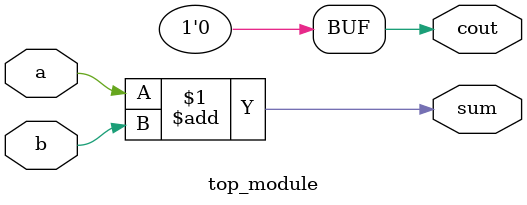
<source format=sv>
module top_module (
  input a,
  input b,
  output sum,
  output cout
);
  
  assign sum = a + b;
  assign cout = (a & b) << 1;
  
endmodule

</source>
